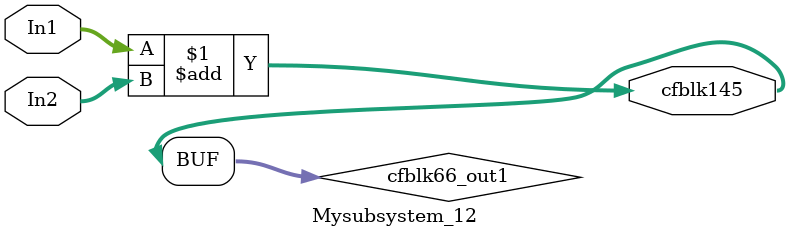
<source format=v>



`timescale 1 ns / 1 ns

module Mysubsystem_12
          (In1,
           In2,
           cfblk145);


  input   [7:0] In1;  // uint8
  input   [7:0] In2;  // uint8
  output  [7:0] cfblk145;  // uint8


  wire [7:0] cfblk66_out1;  // uint8


  assign cfblk66_out1 = In1 + In2;



  assign cfblk145 = cfblk66_out1;

endmodule  // Mysubsystem_12


</source>
